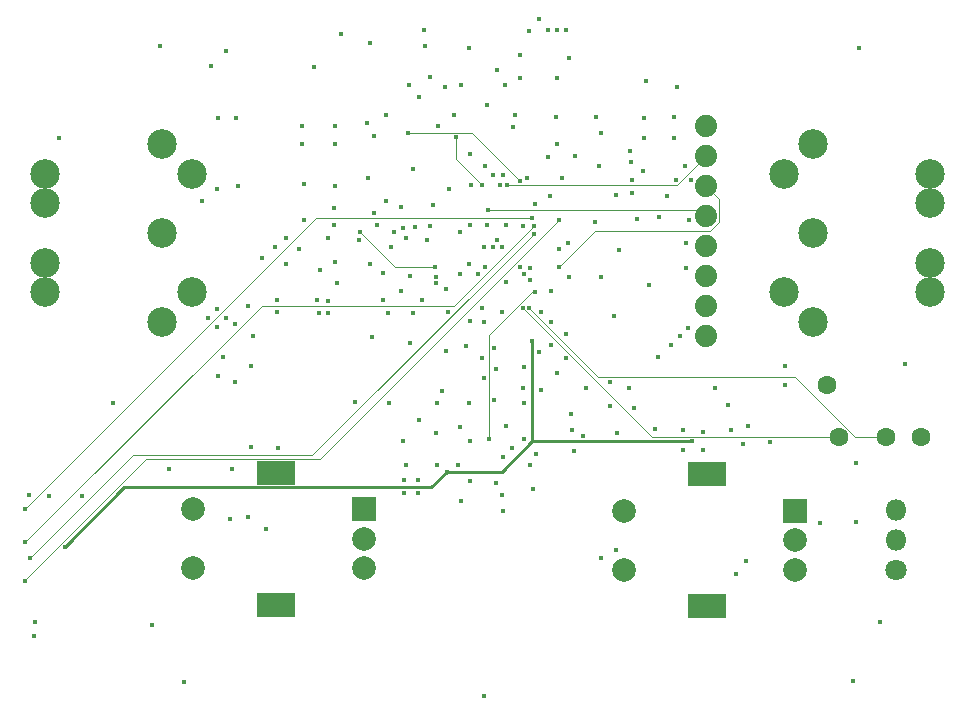
<source format=gbr>
%TF.GenerationSoftware,KiCad,Pcbnew,8.0.4*%
%TF.CreationDate,2024-10-12T17:49:04+01:00*%
%TF.ProjectId,MKRZero_V5.0,4d4b525a-6572-46f5-9f56-352e302e6b69,rev?*%
%TF.SameCoordinates,Original*%
%TF.FileFunction,Copper,L3,Inr*%
%TF.FilePolarity,Positive*%
%FSLAX46Y46*%
G04 Gerber Fmt 4.6, Leading zero omitted, Abs format (unit mm)*
G04 Created by KiCad (PCBNEW 8.0.4) date 2024-10-12 17:49:04*
%MOMM*%
%LPD*%
G01*
G04 APERTURE LIST*
%TA.AperFunction,ComponentPad*%
%ADD10C,1.600000*%
%TD*%
%TA.AperFunction,ComponentPad*%
%ADD11O,1.800000X1.800000*%
%TD*%
%TA.AperFunction,ComponentPad*%
%ADD12C,1.800000*%
%TD*%
%TA.AperFunction,ComponentPad*%
%ADD13C,2.500000*%
%TD*%
%TA.AperFunction,ComponentPad*%
%ADD14C,1.879600*%
%TD*%
%TA.AperFunction,ComponentPad*%
%ADD15R,2.000000X2.000000*%
%TD*%
%TA.AperFunction,ComponentPad*%
%ADD16C,2.000000*%
%TD*%
%TA.AperFunction,ComponentPad*%
%ADD17R,3.200000X2.000000*%
%TD*%
%TA.AperFunction,ViaPad*%
%ADD18C,0.400000*%
%TD*%
%TA.AperFunction,Conductor*%
%ADD19C,0.100000*%
%TD*%
%TA.AperFunction,Conductor*%
%ADD20C,0.250000*%
%TD*%
G04 APERTURE END LIST*
D10*
%TO.N,GND*%
%TO.C,J8*%
X68677000Y-31836000D03*
%TO.N,/PA05_AIN5*%
X69677000Y-36236000D03*
%TO.N,/PA06_AIN6*%
X73677000Y-36236000D03*
%TO.N,unconnected-(J8-Ring2-Pad4)*%
X76677000Y-36236000D03*
%TD*%
D11*
%TO.N,+5V*%
%TO.C,J7*%
X74549000Y-42418000D03*
%TO.N,/PA22_TC4-W0*%
X74549000Y-44958000D03*
D12*
%TO.N,GND*%
X74549000Y-47498000D03*
%TD*%
D13*
%TO.N,unconnected-(JMIDIOUT1-Pad1)*%
%TO.C,JMIDIOUT1*%
X67520000Y-26500000D03*
%TO.N,unconnected-(JMIDIOUT1-Pad2)*%
X67520000Y-19000000D03*
%TO.N,unconnected-(JMIDIOUT1-Pad3)*%
X67520000Y-11500000D03*
%TO.N,Net-(JMIDIOUT1-Pad4)*%
X65020000Y-24000000D03*
%TO.N,Net-(JMIDIOUT1-Pad5)*%
X65020000Y-14000000D03*
%TO.N,N/C*%
X77420000Y-14000000D03*
X77420000Y-16500000D03*
X77420000Y-21500000D03*
X77420000Y-24000000D03*
%TD*%
%TO.N,unconnected-(JMIDIIN1-Pad1)*%
%TO.C,JMIDIIN1*%
X12400000Y-11500000D03*
%TO.N,unconnected-(JMIDIIN1-Pad2)*%
X12400000Y-19000000D03*
%TO.N,unconnected-(JMIDIIN1-Pad3)*%
X12400000Y-26500000D03*
%TO.N,Net-(D4-A)*%
X14900000Y-14000000D03*
%TO.N,Net-(JMIDIIN1-Pad5)*%
X14900000Y-24000000D03*
%TO.N,N/C*%
X2500000Y-24000000D03*
X2500000Y-21500000D03*
X2500000Y-16500000D03*
X2500000Y-14000000D03*
%TD*%
D14*
%TO.N,GND*%
%TO.C,J6*%
X58460000Y-27740000D03*
%TO.N,+5V*%
X58460000Y-25200000D03*
%TO.N,/PA17_S1_SCK*%
X58460000Y-22660000D03*
%TO.N,/PA16_S1_MOSI*%
X58460000Y-20120000D03*
%TO.N,/PA23_TC4-W1*%
X58460000Y-17580000D03*
%TO.N,/PA10_TCC0-W2*%
X58460000Y-15040000D03*
%TO.N,/PA20_TCC0-W6*%
X58460000Y-12500000D03*
%TO.N,+5V*%
X58460000Y-9960000D03*
%TD*%
D15*
%TO.N,/PA21_TCC0-W7*%
%TO.C,SW1*%
X29500000Y-42400000D03*
D16*
%TO.N,/PA04_AIN4*%
X29500000Y-47400000D03*
%TO.N,GND*%
X29500000Y-44900000D03*
D17*
X22000000Y-50500000D03*
X22000000Y-39300000D03*
D16*
%TO.N,/PA11_TCC0-W3*%
X15000000Y-47400000D03*
%TO.N,GND*%
X15000000Y-42400000D03*
%TD*%
D15*
%TO.N,/PB10_TCC0-W4*%
%TO.C,SW2*%
X66000000Y-42500000D03*
D16*
%TO.N,/PA02_AIN0*%
X66000000Y-47500000D03*
%TO.N,GND*%
X66000000Y-45000000D03*
D17*
X58500000Y-50600000D03*
X58500000Y-39400000D03*
D16*
%TO.N,/PB02_AIN10*%
X51500000Y-47500000D03*
%TO.N,GND*%
X51500000Y-42500000D03*
%TD*%
D18*
%TO.N,GND*%
X39624000Y-58166000D03*
X3683000Y-10922000D03*
X71374000Y-3302000D03*
X75311000Y-30099000D03*
X65151000Y-30226000D03*
X65151000Y-31877000D03*
X71120000Y-38481000D03*
X68072000Y-43561000D03*
X73152000Y-51943000D03*
X70866000Y-56896000D03*
X14224000Y-57023000D03*
X34163000Y-34798000D03*
X32766000Y-36576000D03*
X35560000Y-35941000D03*
X41529000Y-35306000D03*
X44450000Y-25654000D03*
X42672000Y-21844000D03*
X43561000Y-22987000D03*
X43561000Y-21971000D03*
X39751000Y-21844000D03*
X41148000Y-20193000D03*
X40386000Y-20193000D03*
X39624000Y-20193000D03*
X41529000Y-18288000D03*
X38481000Y-18288000D03*
X45085000Y-12573000D03*
X45847000Y-11430000D03*
X45720000Y-9144000D03*
X39878000Y-8128000D03*
X33655000Y-13589000D03*
X18288000Y-38989000D03*
X12954000Y-38989000D03*
X8255000Y-33401000D03*
X17018000Y-15240000D03*
X15748000Y-16256000D03*
X18796000Y-14986000D03*
X17145000Y-9271000D03*
X18669000Y-9271000D03*
X12192000Y-3175000D03*
X17780000Y-3556000D03*
X16510000Y-4826000D03*
X27559000Y-2159000D03*
X25273000Y-4953000D03*
X55753000Y-10922000D03*
X53213000Y-10922000D03*
X53213000Y-9271000D03*
X55753000Y-9144000D03*
X56007000Y-6604000D03*
X53340000Y-6096000D03*
X40767000Y-5207000D03*
X38354000Y-3302000D03*
X29972000Y-2921000D03*
X34671000Y-3175000D03*
X34544000Y-1778000D03*
X29845000Y-14351000D03*
X27051000Y-14986000D03*
X24384000Y-14859000D03*
X42926000Y-18415000D03*
X53594000Y-23368000D03*
X50673000Y-26035000D03*
X52324000Y-33782000D03*
X54102000Y-35560000D03*
X50927000Y-35941000D03*
X47244000Y-37465000D03*
X48006000Y-36195000D03*
X58166000Y-37338000D03*
X56515000Y-37338000D03*
X56515000Y-35687000D03*
X58166000Y-35814000D03*
X60579000Y-35687000D03*
X61595000Y-36830000D03*
X63881000Y-36703000D03*
X61976000Y-35306000D03*
X54356000Y-29464000D03*
X55499000Y-28448000D03*
X56261000Y-27686000D03*
X56896000Y-27051000D03*
X49403000Y-13335000D03*
X49149000Y-9144000D03*
X49530000Y-10541000D03*
X44323000Y-889000D03*
X46609000Y-1778000D03*
X45847000Y-1778000D03*
X45085000Y-1778000D03*
X43434000Y-1905000D03*
X46863000Y-4191000D03*
X45847000Y-5842000D03*
%TO.N,+3V3*%
X42672000Y-5842000D03*
%TO.N,GND*%
X41402000Y-6477000D03*
X37719000Y-6477000D03*
X37084000Y-9017000D03*
X36322000Y-6604000D03*
X34163000Y-7493000D03*
X33274000Y-6477000D03*
X41148000Y-41148000D03*
X41275000Y-42545000D03*
X43561000Y-38608000D03*
X42037000Y-37211000D03*
X41275000Y-37973000D03*
X34036000Y-41021000D03*
X34036000Y-39878000D03*
X32893000Y-39878000D03*
X32893000Y-41021000D03*
X38354000Y-33401000D03*
X35687000Y-33401000D03*
X31623000Y-33401000D03*
X28702000Y-33274000D03*
X17780000Y-26162000D03*
X17018000Y-26924000D03*
X16256000Y-26162000D03*
X17018000Y-25400000D03*
X18542000Y-26670000D03*
X17526000Y-29464000D03*
X17145000Y-31115000D03*
X18542000Y-31623000D03*
X19939000Y-30226000D03*
X20066000Y-27686000D03*
X26416000Y-25781000D03*
X25527000Y-24638000D03*
X25654000Y-25781000D03*
X22098000Y-25654000D03*
X22098000Y-24638000D03*
X19685000Y-25146000D03*
X24384000Y-17907000D03*
X26924000Y-16891000D03*
X26924000Y-18288000D03*
X26416000Y-19431000D03*
X29083000Y-19558000D03*
X32766000Y-18542000D03*
X35052000Y-18415000D03*
X36576000Y-25654000D03*
X36449000Y-23749000D03*
X39878000Y-18288000D03*
X31369000Y-16256000D03*
X30353000Y-17272000D03*
X30607000Y-18288000D03*
X29718000Y-9652000D03*
X30353000Y-10795000D03*
X27051000Y-9906000D03*
X27051000Y-11430000D03*
X24257000Y-9906000D03*
X24257000Y-11430000D03*
X31496000Y-25781000D03*
X33655000Y-25781000D03*
X34417000Y-24638000D03*
X33401000Y-22606000D03*
X31115000Y-24638000D03*
X29972000Y-21590000D03*
X25781000Y-22098000D03*
X26416000Y-24765000D03*
X27178000Y-23241000D03*
X27051000Y-21463000D03*
X22860000Y-19431000D03*
X24003000Y-20320000D03*
X20828000Y-21082000D03*
X21971000Y-20193000D03*
X22860000Y-21590000D03*
X5588000Y-41275000D03*
X2794000Y-41275000D03*
X1143000Y-41148000D03*
X1651000Y-51943000D03*
X1524000Y-53086000D03*
X21209000Y-44069000D03*
X19685000Y-43053000D03*
X18161000Y-43180000D03*
X22225000Y-37211000D03*
X19939000Y-37084000D03*
X33020000Y-38608000D03*
X49530000Y-46482000D03*
X50800000Y-45847000D03*
X60960000Y-47879000D03*
X61849000Y-46736000D03*
X43815000Y-40640000D03*
X37719000Y-41656000D03*
X40640000Y-40132000D03*
X38481000Y-40005000D03*
X37465000Y-38608000D03*
X35687000Y-38608000D03*
X40513000Y-33147000D03*
X43053000Y-33401000D03*
X43053000Y-36449000D03*
X44069000Y-37719000D03*
X47117000Y-35687000D03*
X46609000Y-27559000D03*
X46609000Y-29591000D03*
X45847000Y-30861000D03*
X44450000Y-32258000D03*
X43053000Y-30353000D03*
X44323000Y-29083000D03*
X45339000Y-28448000D03*
X45339000Y-26543000D03*
X41529000Y-23114000D03*
X39116000Y-22479000D03*
X47371000Y-12446000D03*
X43307000Y-14351000D03*
X41275000Y-14097000D03*
X38481000Y-12319000D03*
X39751000Y-13335000D03*
X40386000Y-14097000D03*
X33401000Y-28321000D03*
X36449000Y-28956000D03*
X36068000Y-32385000D03*
X37592000Y-35433000D03*
X38481000Y-36576000D03*
X45339000Y-23876000D03*
X42926000Y-32131000D03*
X46990000Y-34290000D03*
X51943000Y-32131000D03*
X48260000Y-32131000D03*
X50292000Y-31623000D03*
X50292000Y-33655000D03*
X59182000Y-32131000D03*
X60325000Y-33528000D03*
X56769000Y-21971000D03*
X56769000Y-19812000D03*
X57023000Y-17907000D03*
X52578000Y-17780000D03*
X54483000Y-17653000D03*
X55118000Y-15875000D03*
X57150000Y-14478000D03*
X56642000Y-13335000D03*
X55880000Y-14478000D03*
X53086000Y-13716000D03*
X52197000Y-14478000D03*
X52197000Y-15621000D03*
X50800000Y-15748000D03*
X46228000Y-14351000D03*
X45212000Y-15875000D03*
X46736000Y-19812000D03*
X49022000Y-18034000D03*
X51054000Y-20447000D03*
X49530000Y-22733000D03*
X46863000Y-22733000D03*
X40513000Y-28702000D03*
X40640000Y-30480000D03*
X39624000Y-31242000D03*
X39497000Y-29591000D03*
X38100000Y-28575000D03*
X38481000Y-26416000D03*
X41148000Y-25654000D03*
X39624000Y-26543000D03*
X38354000Y-21590000D03*
X43053000Y-22479000D03*
X40767000Y-19558000D03*
X31115000Y-22352000D03*
X32639000Y-23876000D03*
X33020000Y-19431000D03*
X31750000Y-20193000D03*
X34798000Y-19558000D03*
X35306000Y-16637000D03*
X36703000Y-15240000D03*
X32639000Y-16764000D03*
%TO.N,/PB03_AIN11*%
X42265700Y-9017000D03*
X35552900Y-22695600D03*
%TO.N,/PA21_TCC0-W7*%
X40990200Y-14935200D03*
%TO.N,/PB02_AIN10*%
X37642700Y-22446300D03*
%TO.N,/PA07_AIN7*%
X40044100Y-36480700D03*
X43966500Y-24016400D03*
%TO.N,/PA11_TCC0-W3*%
X35559900Y-23202000D03*
%TO.N,/PA02_AIN0*%
X39459600Y-25355300D03*
%TO.N,/PA23_TC4-W1*%
X39954200Y-17037600D03*
%TO.N,/PA05_AIN5*%
X42975000Y-25361300D03*
%TO.N,/PA06_AIN6*%
X43487600Y-25363400D03*
%TO.N,/PA10_TCC0-W2*%
X45963300Y-21900000D03*
%TO.N,/PB10_TCC0-W4*%
X45961600Y-20331200D03*
%TO.N,/PB23_S5_RX*%
X30177100Y-27766900D03*
X33788600Y-18531800D03*
%TO.N,/RESETN*%
X31329800Y-8979700D03*
X31986800Y-18940600D03*
%TO.N,/PA22_TC4-W0*%
X43968200Y-16582600D03*
%TO.N,/PA16_S1_MOSI*%
X52070700Y-13025200D03*
%TO.N,/PA17_S1_SCK*%
X51986600Y-12072600D03*
%TO.N,/PA20_TCC0-W6*%
X41572600Y-14947000D03*
%TO.N,/PA15_S2_MISO*%
X821600Y-42327600D03*
X43685300Y-17759700D03*
%TO.N,/PA27_CD*%
X11524200Y-52200000D03*
X37642700Y-18878200D03*
%TO.N,/PA14_S2_NSS*%
X45961100Y-17900000D03*
X820600Y-48497100D03*
X71154500Y-43491500D03*
%TO.N,/PA12_S2_MOSI*%
X1180300Y-46549100D03*
X43874300Y-19048700D03*
%TO.N,/PA13_S2_SCK*%
X817700Y-45200000D03*
X43874200Y-18400000D03*
%TO.N,/PA31_SWDIO*%
X29137900Y-18924800D03*
X35487100Y-21884900D03*
%TO.N,/PA18_USB_ID*%
X33248500Y-10498500D03*
X42678100Y-14588600D03*
%TO.N,/USB_N*%
X37311900Y-10852900D03*
X39505000Y-14946400D03*
%TO.N,/USB_P*%
X35739100Y-9970000D03*
X35051100Y-5766400D03*
X38555600Y-14934700D03*
%TO.N,+3V3*%
X57213900Y-36648400D03*
X42121200Y-10064600D03*
X43712600Y-28145200D03*
X42706900Y-3918700D03*
X36475000Y-39230500D03*
X4148900Y-45562600D03*
%TD*%
D19*
%TO.N,/PA07_AIN7*%
X43703800Y-24016400D02*
X43966500Y-24016400D01*
X40044100Y-27676100D02*
X43703800Y-24016400D01*
X40044100Y-36480700D02*
X40044100Y-27676100D01*
%TO.N,/PA23_TC4-W1*%
X57917600Y-17037600D02*
X39954200Y-17037600D01*
X58460000Y-17580000D02*
X57917600Y-17037600D01*
%TO.N,/PA05_AIN5*%
X53849700Y-36236000D02*
X42975000Y-25361300D01*
X69677000Y-36236000D02*
X53849700Y-36236000D01*
%TO.N,/PA06_AIN6*%
X49293900Y-31169700D02*
X43487600Y-25363400D01*
X65977600Y-31169700D02*
X49293900Y-31169700D01*
X71043900Y-36236000D02*
X65977600Y-31169700D01*
X73677000Y-36236000D02*
X71043900Y-36236000D01*
%TO.N,/PA10_TCC0-W2*%
X49013300Y-18850000D02*
X45963300Y-21900000D01*
X58749400Y-18850000D02*
X49013300Y-18850000D01*
X59567100Y-18032300D02*
X58749400Y-18850000D01*
X59567100Y-16147100D02*
X59567100Y-18032300D01*
X58460000Y-15040000D02*
X59567100Y-16147100D01*
%TO.N,/PA20_TCC0-W6*%
X41572600Y-14946900D02*
X41572600Y-14947000D01*
X56013100Y-14946900D02*
X41572600Y-14946900D01*
X58460000Y-12500000D02*
X56013100Y-14946900D01*
%TO.N,/PA15_S2_MISO*%
X25389500Y-17759700D02*
X821600Y-42327600D01*
X43685300Y-17759700D02*
X25389500Y-17759700D01*
%TO.N,/PA14_S2_NSS*%
X25735400Y-38125700D02*
X45961100Y-17900000D01*
X11061800Y-38125700D02*
X25735400Y-38125700D01*
X820600Y-48366900D02*
X11061800Y-38125700D01*
X820600Y-48497100D02*
X820600Y-48366900D01*
%TO.N,/PA12_S2_MOSI*%
X9926600Y-37802800D02*
X1180300Y-46549100D01*
X25120200Y-37802800D02*
X9926600Y-37802800D01*
X43874300Y-19048700D02*
X25120200Y-37802800D01*
%TO.N,/PA13_S2_SCK*%
X20850700Y-25167000D02*
X817700Y-45200000D01*
X37107300Y-25167000D02*
X20850700Y-25167000D01*
X37107300Y-25166900D02*
X37107300Y-25167000D01*
X43874200Y-18400000D02*
X37107300Y-25166900D01*
%TO.N,/PA31_SWDIO*%
X32098000Y-21884900D02*
X29137900Y-18924800D01*
X35487100Y-21884900D02*
X32098000Y-21884900D01*
%TO.N,/PA18_USB_ID*%
X38588000Y-10498500D02*
X42678100Y-14588600D01*
X33248500Y-10498500D02*
X38588000Y-10498500D01*
%TO.N,/USB_N*%
X37311900Y-12753300D02*
X39505000Y-14946400D01*
X37311900Y-10852900D02*
X37311900Y-12753300D01*
D20*
%TO.N,+3V3*%
X57213900Y-36648400D02*
X43714200Y-36648400D01*
X43714200Y-28146800D02*
X43712600Y-28145200D01*
X43714200Y-36648400D02*
X43714200Y-28146800D01*
X41132100Y-39230500D02*
X36475000Y-39230500D01*
X43714200Y-36648400D02*
X41132100Y-39230500D01*
X9184800Y-40526700D02*
X4148900Y-45562600D01*
X35178800Y-40526700D02*
X9184800Y-40526700D01*
X36475000Y-39230500D02*
X35178800Y-40526700D01*
%TD*%
M02*

</source>
